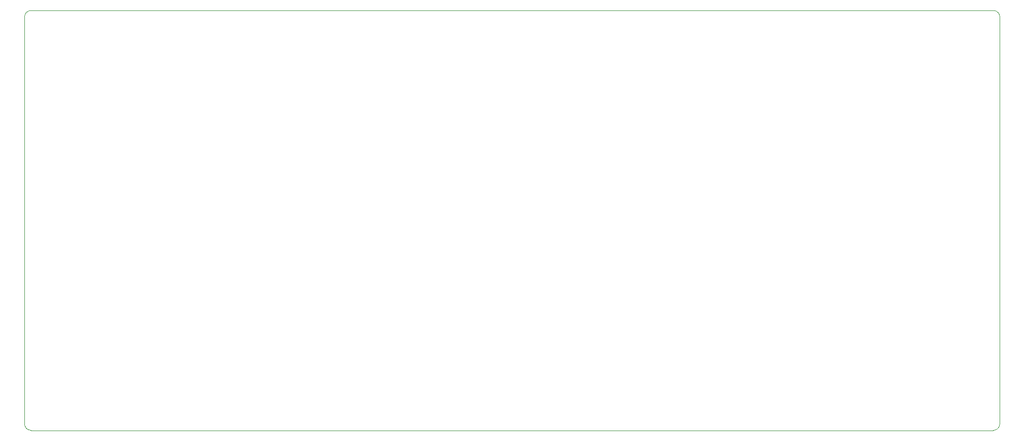
<source format=gm1>
G04 #@! TF.GenerationSoftware,KiCad,Pcbnew,(5.1.10)-1*
G04 #@! TF.CreationDate,2021-08-17T11:35:42-05:00*
G04 #@! TF.ProjectId,Proteus_Little,50726f74-6575-4735-9f4c-6974746c652e,rev?*
G04 #@! TF.SameCoordinates,Original*
G04 #@! TF.FileFunction,Profile,NP*
%FSLAX46Y46*%
G04 Gerber Fmt 4.6, Leading zero omitted, Abs format (unit mm)*
G04 Created by KiCad (PCBNEW (5.1.10)-1) date 2021-08-17 11:35:42*
%MOMM*%
%LPD*%
G01*
G04 APERTURE LIST*
G04 #@! TA.AperFunction,Profile*
%ADD10C,0.050000*%
G04 #@! TD*
G04 APERTURE END LIST*
D10*
X65485350Y-70353600D02*
X65485350Y-139653600D01*
X66585350Y-140753600D02*
G75*
G02*
X65485350Y-139653600I0J1100000D01*
G01*
X66585350Y-140753600D02*
X230416850Y-140753600D01*
X231516850Y-139653600D02*
G75*
G02*
X230416850Y-140753600I-1100000J0D01*
G01*
X231516850Y-139653600D02*
X231516850Y-70353600D01*
X230416850Y-69253600D02*
G75*
G02*
X231516850Y-70353600I0J-1100000D01*
G01*
X230416850Y-69253600D02*
X66585350Y-69253600D01*
X65485350Y-70353600D02*
G75*
G02*
X66585350Y-69253600I1100000J0D01*
G01*
M02*

</source>
